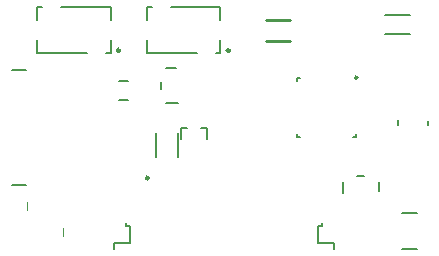
<source format=gto>
G04*
G04 #@! TF.GenerationSoftware,Altium Limited,Altium Designer,22.10.1 (41)*
G04*
G04 Layer_Color=65535*
%FSLAX44Y44*%
%MOMM*%
G71*
G04*
G04 #@! TF.SameCoordinates,27488822-8B8A-45CA-B0CB-A5C5B456CCF3*
G04*
G04*
G04 #@! TF.FilePolarity,Positive*
G04*
G01*
G75*
%ADD10C,0.2500*%
%ADD11C,0.2000*%
%ADD12C,0.1270*%
%ADD13C,0.2540*%
G36*
X27000Y152000D02*
X26016D01*
Y160000D01*
X27000D01*
Y152000D01*
D02*
G37*
G36*
X57000Y138000D02*
X57984D01*
Y130000D01*
X57000D01*
Y138000D01*
D02*
G37*
D10*
X306000Y265000D02*
G03*
X306000Y265000I-1000J0D01*
G01*
X129250Y180120D02*
G03*
X129250Y180120I-1250J0D01*
G01*
X198000Y288000D02*
G03*
X198000Y288000I-1250J0D01*
G01*
X105000D02*
G03*
X105000Y288000I-1250J0D01*
G01*
D11*
X178640Y212916D02*
Y222650D01*
X156640D02*
X161774D01*
X156640Y212916D02*
Y222650D01*
X173506D02*
X178640D01*
X302366Y215000D02*
X305000D01*
X255000D02*
Y217634D01*
X305000Y215000D02*
Y217634D01*
X255000Y265000D02*
X257634D01*
X255000Y262366D02*
Y265000D01*
Y215000D02*
X257634D01*
X153780Y198047D02*
Y217845D01*
X135780Y198047D02*
Y217845D01*
X13250Y271200D02*
X25257D01*
X13250Y173800D02*
X25257D01*
X272500Y125122D02*
X285999D01*
X272500Y139117D02*
X276003D01*
X272500Y125122D02*
Y139117D01*
X113500Y125122D02*
Y139117D01*
X109997D02*
X113500D01*
X100001Y125122D02*
X113500D01*
X276000Y139117D02*
Y142099D01*
X110000Y139117D02*
Y142099D01*
X285999Y120120D02*
Y125121D01*
X100001Y120120D02*
Y125121D01*
X128000Y313516D02*
Y324500D01*
Y285500D02*
Y296484D01*
X186016Y285500D02*
X190000D01*
X128000D02*
X169984D01*
X190000Y313516D02*
Y324500D01*
Y285500D02*
Y296484D01*
X148016Y324500D02*
X190000D01*
X128000D02*
X131984D01*
X139790Y255736D02*
Y261104D01*
X143806Y243420D02*
X154495D01*
X143806Y273420D02*
X152774D01*
X293750Y167103D02*
Y176734D01*
X306016Y181500D02*
X311984D01*
X324250Y168766D02*
Y176734D01*
X35000Y324500D02*
X38984D01*
X55016D02*
X97000D01*
Y285500D02*
Y296484D01*
Y313516D02*
Y324500D01*
X35000Y285500D02*
X76984D01*
X93016D02*
X97000D01*
X35000D02*
Y296484D01*
Y313516D02*
Y324500D01*
X103846Y262255D02*
X112054D01*
X103846Y245745D02*
X112054D01*
X329500Y302000D02*
X350500D01*
X329500Y318000D02*
X350500D01*
D12*
X340500Y224901D02*
Y228710D01*
X365500Y224901D02*
Y228599D01*
X343651Y120000D02*
X356349D01*
X343651Y150000D02*
X356520D01*
D13*
X228576Y295800D02*
X248944D01*
X228576Y313800D02*
X248944D01*
M02*

</source>
